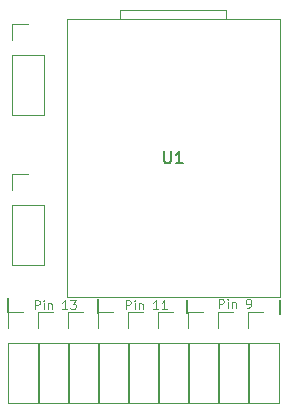
<source format=gto>
G04 #@! TF.GenerationSoftware,KiCad,Pcbnew,(5.1.10)-1*
G04 #@! TF.CreationDate,2022-01-20T17:35:43-08:00*
G04 #@! TF.ProjectId,ros_sync_node,726f735f-7379-46e6-935f-6e6f64652e6b,rev?*
G04 #@! TF.SameCoordinates,Original*
G04 #@! TF.FileFunction,Legend,Top*
G04 #@! TF.FilePolarity,Positive*
%FSLAX46Y46*%
G04 Gerber Fmt 4.6, Leading zero omitted, Abs format (unit mm)*
G04 Created by KiCad (PCBNEW (5.1.10)-1) date 2022-01-20 17:35:43*
%MOMM*%
%LPD*%
G01*
G04 APERTURE LIST*
%ADD10C,0.150000*%
%ADD11C,0.100000*%
%ADD12C,0.120000*%
%ADD13C,3.200000*%
%ADD14O,1.700000X1.700000*%
%ADD15R,1.700000X1.700000*%
%ADD16C,1.524000*%
G04 APERTURE END LIST*
D10*
X174300000Y-93800000D02*
X174300000Y-92600000D01*
X151300000Y-93600000D02*
X151300000Y-92400000D01*
D11*
X169142857Y-93239285D02*
X169142857Y-92489285D01*
X169428571Y-92489285D01*
X169500000Y-92525000D01*
X169535714Y-92560714D01*
X169571428Y-92632142D01*
X169571428Y-92739285D01*
X169535714Y-92810714D01*
X169500000Y-92846428D01*
X169428571Y-92882142D01*
X169142857Y-92882142D01*
X169892857Y-93239285D02*
X169892857Y-92739285D01*
X169892857Y-92489285D02*
X169857142Y-92525000D01*
X169892857Y-92560714D01*
X169928571Y-92525000D01*
X169892857Y-92489285D01*
X169892857Y-92560714D01*
X170250000Y-92739285D02*
X170250000Y-93239285D01*
X170250000Y-92810714D02*
X170285714Y-92775000D01*
X170357142Y-92739285D01*
X170464285Y-92739285D01*
X170535714Y-92775000D01*
X170571428Y-92846428D01*
X170571428Y-93239285D01*
X171535714Y-93239285D02*
X171678571Y-93239285D01*
X171750000Y-93203571D01*
X171785714Y-93167857D01*
X171857142Y-93060714D01*
X171892857Y-92917857D01*
X171892857Y-92632142D01*
X171857142Y-92560714D01*
X171821428Y-92525000D01*
X171750000Y-92489285D01*
X171607142Y-92489285D01*
X171535714Y-92525000D01*
X171500000Y-92560714D01*
X171464285Y-92632142D01*
X171464285Y-92810714D01*
X171500000Y-92882142D01*
X171535714Y-92917857D01*
X171607142Y-92953571D01*
X171750000Y-92953571D01*
X171821428Y-92917857D01*
X171857142Y-92882142D01*
X171892857Y-92810714D01*
X161285714Y-93339285D02*
X161285714Y-92589285D01*
X161571428Y-92589285D01*
X161642857Y-92625000D01*
X161678571Y-92660714D01*
X161714285Y-92732142D01*
X161714285Y-92839285D01*
X161678571Y-92910714D01*
X161642857Y-92946428D01*
X161571428Y-92982142D01*
X161285714Y-92982142D01*
X162035714Y-93339285D02*
X162035714Y-92839285D01*
X162035714Y-92589285D02*
X162000000Y-92625000D01*
X162035714Y-92660714D01*
X162071428Y-92625000D01*
X162035714Y-92589285D01*
X162035714Y-92660714D01*
X162392857Y-92839285D02*
X162392857Y-93339285D01*
X162392857Y-92910714D02*
X162428571Y-92875000D01*
X162500000Y-92839285D01*
X162607142Y-92839285D01*
X162678571Y-92875000D01*
X162714285Y-92946428D01*
X162714285Y-93339285D01*
X164035714Y-93339285D02*
X163607142Y-93339285D01*
X163821428Y-93339285D02*
X163821428Y-92589285D01*
X163750000Y-92696428D01*
X163678571Y-92767857D01*
X163607142Y-92803571D01*
X164750000Y-93339285D02*
X164321428Y-93339285D01*
X164535714Y-93339285D02*
X164535714Y-92589285D01*
X164464285Y-92696428D01*
X164392857Y-92767857D01*
X164321428Y-92803571D01*
X153585714Y-93339285D02*
X153585714Y-92589285D01*
X153871428Y-92589285D01*
X153942857Y-92625000D01*
X153978571Y-92660714D01*
X154014285Y-92732142D01*
X154014285Y-92839285D01*
X153978571Y-92910714D01*
X153942857Y-92946428D01*
X153871428Y-92982142D01*
X153585714Y-92982142D01*
X154335714Y-93339285D02*
X154335714Y-92839285D01*
X154335714Y-92589285D02*
X154300000Y-92625000D01*
X154335714Y-92660714D01*
X154371428Y-92625000D01*
X154335714Y-92589285D01*
X154335714Y-92660714D01*
X154692857Y-92839285D02*
X154692857Y-93339285D01*
X154692857Y-92910714D02*
X154728571Y-92875000D01*
X154800000Y-92839285D01*
X154907142Y-92839285D01*
X154978571Y-92875000D01*
X155014285Y-92946428D01*
X155014285Y-93339285D01*
X156335714Y-93339285D02*
X155907142Y-93339285D01*
X156121428Y-93339285D02*
X156121428Y-92589285D01*
X156050000Y-92696428D01*
X155978571Y-92767857D01*
X155907142Y-92803571D01*
X156585714Y-92589285D02*
X157050000Y-92589285D01*
X156800000Y-92875000D01*
X156907142Y-92875000D01*
X156978571Y-92910714D01*
X157014285Y-92946428D01*
X157050000Y-93017857D01*
X157050000Y-93196428D01*
X157014285Y-93267857D01*
X156978571Y-93303571D01*
X156907142Y-93339285D01*
X156692857Y-93339285D01*
X156621428Y-93303571D01*
X156585714Y-93267857D01*
D10*
X166500000Y-92574000D02*
X166500000Y-93700000D01*
X158900000Y-93700000D02*
X158900000Y-92500000D01*
D12*
X151670000Y-89630000D02*
X154330000Y-89630000D01*
X151670000Y-84490000D02*
X151670000Y-89630000D01*
X154330000Y-84490000D02*
X154330000Y-89630000D01*
X151670000Y-84490000D02*
X154330000Y-84490000D01*
X151670000Y-83220000D02*
X151670000Y-81890000D01*
X151670000Y-81890000D02*
X153000000Y-81890000D01*
X151670000Y-76930000D02*
X154330000Y-76930000D01*
X151670000Y-71790000D02*
X151670000Y-76930000D01*
X154330000Y-71790000D02*
X154330000Y-76930000D01*
X151670000Y-71790000D02*
X154330000Y-71790000D01*
X151670000Y-70520000D02*
X151670000Y-69190000D01*
X151670000Y-69190000D02*
X153000000Y-69190000D01*
X156300000Y-92290001D02*
X156300000Y-68790001D01*
X156300000Y-68790001D02*
X174300000Y-68790001D01*
X174300000Y-92290001D02*
X174300000Y-68790001D01*
X156300000Y-92290001D02*
X174300000Y-92290001D01*
X160800000Y-68790001D02*
X160800000Y-68040001D01*
X169800000Y-68040001D02*
X169800000Y-68790001D01*
X160800000Y-68040001D02*
X169800000Y-68040001D01*
X166510000Y-101330000D02*
X169170000Y-101330000D01*
X166510000Y-96190000D02*
X166510000Y-101330000D01*
X169170000Y-96190000D02*
X169170000Y-101330000D01*
X166510000Y-96190000D02*
X169170000Y-96190000D01*
X166510000Y-94920000D02*
X166510000Y-93590000D01*
X166510000Y-93590000D02*
X167840000Y-93590000D01*
X161430000Y-101330000D02*
X164090000Y-101330000D01*
X161430000Y-96190000D02*
X161430000Y-101330000D01*
X164090000Y-96190000D02*
X164090000Y-101330000D01*
X161430000Y-96190000D02*
X164090000Y-96190000D01*
X161430000Y-94920000D02*
X161430000Y-93590000D01*
X161430000Y-93590000D02*
X162760000Y-93590000D01*
X156350000Y-101330000D02*
X159010000Y-101330000D01*
X156350000Y-96190000D02*
X156350000Y-101330000D01*
X159010000Y-96190000D02*
X159010000Y-101330000D01*
X156350000Y-96190000D02*
X159010000Y-96190000D01*
X156350000Y-94920000D02*
X156350000Y-93590000D01*
X156350000Y-93590000D02*
X157680000Y-93590000D01*
X169050000Y-101330000D02*
X171710000Y-101330000D01*
X169050000Y-96190000D02*
X169050000Y-101330000D01*
X171710000Y-96190000D02*
X171710000Y-101330000D01*
X169050000Y-96190000D02*
X171710000Y-96190000D01*
X169050000Y-94920000D02*
X169050000Y-93590000D01*
X169050000Y-93590000D02*
X170380000Y-93590000D01*
X158890000Y-101330000D02*
X161550000Y-101330000D01*
X158890000Y-96190000D02*
X158890000Y-101330000D01*
X161550000Y-96190000D02*
X161550000Y-101330000D01*
X158890000Y-96190000D02*
X161550000Y-96190000D01*
X158890000Y-94920000D02*
X158890000Y-93590000D01*
X158890000Y-93590000D02*
X160220000Y-93590000D01*
X153810000Y-101330000D02*
X156470000Y-101330000D01*
X153810000Y-96190000D02*
X153810000Y-101330000D01*
X156470000Y-96190000D02*
X156470000Y-101330000D01*
X153810000Y-96190000D02*
X156470000Y-96190000D01*
X153810000Y-94920000D02*
X153810000Y-93590000D01*
X153810000Y-93590000D02*
X155140000Y-93590000D01*
X171590000Y-101330000D02*
X174250000Y-101330000D01*
X171590000Y-96190000D02*
X171590000Y-101330000D01*
X174250000Y-96190000D02*
X174250000Y-101330000D01*
X171590000Y-96190000D02*
X174250000Y-96190000D01*
X171590000Y-94920000D02*
X171590000Y-93590000D01*
X171590000Y-93590000D02*
X172920000Y-93590000D01*
X163970000Y-101330000D02*
X166630000Y-101330000D01*
X163970000Y-96190000D02*
X163970000Y-101330000D01*
X166630000Y-96190000D02*
X166630000Y-101330000D01*
X163970000Y-96190000D02*
X166630000Y-96190000D01*
X163970000Y-94920000D02*
X163970000Y-93590000D01*
X163970000Y-93590000D02*
X165300000Y-93590000D01*
X151270000Y-101330000D02*
X153930000Y-101330000D01*
X151270000Y-96190000D02*
X151270000Y-101330000D01*
X153930000Y-96190000D02*
X153930000Y-101330000D01*
X151270000Y-96190000D02*
X153930000Y-96190000D01*
X151270000Y-94920000D02*
X151270000Y-93590000D01*
X151270000Y-93590000D02*
X152600000Y-93590000D01*
D10*
X164538095Y-79992381D02*
X164538095Y-80801905D01*
X164585714Y-80897143D01*
X164633333Y-80944762D01*
X164728571Y-80992381D01*
X164919047Y-80992381D01*
X165014285Y-80944762D01*
X165061904Y-80897143D01*
X165109523Y-80801905D01*
X165109523Y-79992381D01*
X166109523Y-80992381D02*
X165538095Y-80992381D01*
X165823809Y-80992381D02*
X165823809Y-79992381D01*
X165728571Y-80135239D01*
X165633333Y-80230477D01*
X165538095Y-80278096D01*
%LPC*%
D13*
X146500000Y-99500000D03*
X146500000Y-71000000D03*
X179000000Y-99500000D03*
X179000000Y-71000000D03*
D14*
X153000000Y-88300000D03*
X153000000Y-85760000D03*
D15*
X153000000Y-83220000D03*
D14*
X153000000Y-75600000D03*
X153000000Y-73060000D03*
D15*
X153000000Y-70520000D03*
D16*
X172920000Y-75460001D03*
X172920000Y-78000001D03*
X172920000Y-80540001D03*
X172920000Y-83080001D03*
X172920000Y-85620001D03*
X172920000Y-88160001D03*
X172920000Y-90700001D03*
X170380000Y-90700001D03*
X172920000Y-70380001D03*
X172920000Y-72920001D03*
X167840000Y-90700001D03*
X165300000Y-90700001D03*
X162760000Y-90700001D03*
X160220000Y-90700001D03*
X157680000Y-90700001D03*
X157680000Y-88160001D03*
X157680000Y-85620001D03*
X157680000Y-83080001D03*
X157680000Y-80540001D03*
X157680000Y-78000001D03*
X157680000Y-75460001D03*
X157680000Y-72920001D03*
X157680000Y-70380001D03*
D14*
X167840000Y-100000000D03*
X167840000Y-97460000D03*
D15*
X167840000Y-94920000D03*
D14*
X162760000Y-100000000D03*
X162760000Y-97460000D03*
D15*
X162760000Y-94920000D03*
D14*
X157680000Y-100000000D03*
X157680000Y-97460000D03*
D15*
X157680000Y-94920000D03*
D14*
X170380000Y-100000000D03*
X170380000Y-97460000D03*
D15*
X170380000Y-94920000D03*
D14*
X160220000Y-100000000D03*
X160220000Y-97460000D03*
D15*
X160220000Y-94920000D03*
D14*
X155140000Y-100000000D03*
X155140000Y-97460000D03*
D15*
X155140000Y-94920000D03*
D14*
X172920000Y-100000000D03*
X172920000Y-97460000D03*
D15*
X172920000Y-94920000D03*
D14*
X165300000Y-100000000D03*
X165300000Y-97460000D03*
D15*
X165300000Y-94920000D03*
D14*
X152600000Y-100000000D03*
X152600000Y-97460000D03*
D15*
X152600000Y-94920000D03*
M02*

</source>
